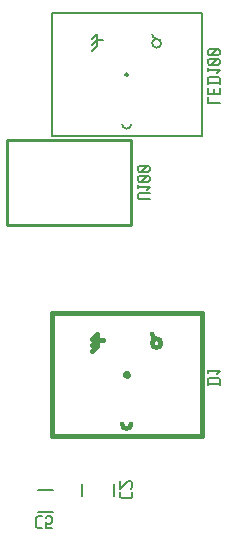
<source format=gbr>
G04 start of page 8 for group -4078 idx -4078 *
G04 Title: (unknown), bottomsilk *
G04 Creator: pcb 20140316 *
G04 CreationDate: Tue 10 Mar 2015 03:40:30 PM GMT UTC *
G04 For: fosse *
G04 Format: Gerber/RS-274X *
G04 PCB-Dimensions (mil): 1250.00 2150.00 *
G04 PCB-Coordinate-Origin: lower left *
%MOIN*%
%FSLAX25Y25*%
%LNBOTTOMSILK*%
%ADD58C,0.0100*%
%ADD57C,0.0060*%
%ADD56C,0.0160*%
%ADD55C,0.0080*%
G54D55*X37638Y33260D02*X42362D01*
X37638Y40740D02*X42362D01*
X62814Y42468D02*Y38532D01*
X52186Y42468D02*Y38532D01*
G54D56*X42000Y58500D02*X92000D01*
X42000Y99500D02*Y58500D01*
Y99500D02*X92000D01*
Y58500D01*
X57000Y90500D02*X55500Y89000D01*
X57000Y92500D02*X55500Y91000D01*
X57000Y92500D02*Y88500D01*
X55500Y87000D01*
X57000Y90500D02*X59000D01*
X67000Y79500D02*Y78500D01*
Y79500D02*X67500Y79000D01*
X66500D02*X67500D01*
X66500D02*X67000Y78500D01*
X67500Y79000D01*
X65500Y62500D02*G75*G03X67000Y61000I1500J0D01*G01*
G75*G03X68500Y62500I0J1500D01*G01*
X77000Y88000D02*G75*G03X78500Y89500I0J1500D01*G01*
X75500D02*G75*G03X77000Y88000I1500J0D01*G01*
Y91000D02*G75*G03X75500Y89500I0J-1500D01*G01*
X78500D02*G75*G03X77000Y91000I-1500J0D01*G01*
X75500Y92500D02*G75*G03X77000Y91000I1500J0D01*G01*
X67000Y78500D02*G75*G03X67500Y79000I0J500D01*G01*
X66500D02*G75*G03X67000Y78500I500J0D01*G01*
Y79500D02*G75*G03X66500Y79000I0J-500D01*G01*
X67500D02*G75*G03X67000Y79500I-500J0D01*G01*
G54D57*X42000Y158500D02*X92000D01*
X42000Y199500D02*Y158500D01*
Y199500D02*X92000D01*
Y158500D01*
X57000Y190500D02*X55500Y189000D01*
X57000Y192500D02*X55500Y191000D01*
X57000Y192500D02*Y188500D01*
X55500Y187000D01*
X57000Y190500D02*X59000D01*
X67000Y179500D02*Y178500D01*
Y179500D02*X67500Y179000D01*
X66500D02*X67500D01*
X66500D02*X67000Y178500D01*
X67500Y179000D01*
X65500Y162500D02*G75*G03X67000Y161000I1500J0D01*G01*
G75*G03X68500Y162500I0J1500D01*G01*
X77000Y188000D02*G75*G03X78500Y189500I0J1500D01*G01*
X75500D02*G75*G03X77000Y188000I1500J0D01*G01*
Y191000D02*G75*G03X75500Y189500I0J-1500D01*G01*
X78500D02*G75*G03X77000Y191000I-1500J0D01*G01*
X75500Y192500D02*G75*G03X77000Y191000I1500J0D01*G01*
X67000Y178500D02*G75*G03X67500Y179000I0J500D01*G01*
X66500D02*G75*G03X67000Y178500I500J0D01*G01*
Y179500D02*G75*G03X66500Y179000I0J-500D01*G01*
X67500D02*G75*G03X67000Y179500I-500J0D01*G01*
G54D58*X27100Y128800D02*X68500D01*
X27100Y157300D02*Y128800D01*
Y157300D02*X68500D01*
Y128800D01*
G54D57*X37350Y31850D02*X38850D01*
X36850Y31350D02*X37350Y31850D01*
X36850Y28350D02*Y31350D01*
Y28350D02*X37350Y27850D01*
X38850D01*
X40050D02*X42050D01*
X40050D02*Y29850D01*
X40550Y29350D01*
X41550D01*
X42050Y29850D01*
Y31350D01*
X41550Y31850D02*X42050Y31350D01*
X40550Y31850D02*X41550D01*
X40050Y31350D02*X40550Y31850D01*
X64850Y38245D02*Y39745D01*
X65350Y37745D02*X64850Y38245D01*
X65350Y37745D02*X68350D01*
X68850Y38245D01*
Y39745D01*
X68350Y40945D02*X68850Y41445D01*
Y42945D01*
X68350Y43445D01*
X67350D02*X68350D01*
X64850Y40945D02*X67350Y43445D01*
X64850Y40945D02*Y43445D01*
X94000Y76000D02*X98000D01*
Y77500D02*X97500Y78000D01*
X94500D02*X97500D01*
X94000Y77500D02*X94500Y78000D01*
X94000Y75500D02*Y77500D01*
X98000Y75500D02*Y77500D01*
X94000Y79700D02*Y80700D01*
Y80200D02*X98000D01*
X97000Y79200D02*X98000Y80200D01*
X94000Y169500D02*X98000D01*
X94000D02*Y171500D01*
X96000Y172700D02*Y174200D01*
X94000Y172700D02*Y174700D01*
Y172700D02*X98000D01*
Y174700D01*
X94000Y176400D02*X98000D01*
Y177900D02*X97500Y178400D01*
X94500D02*X97500D01*
X94000Y177900D02*X94500Y178400D01*
X94000Y175900D02*Y177900D01*
X98000Y175900D02*Y177900D01*
X94000Y180100D02*Y181100D01*
Y180600D02*X98000D01*
X97000Y179600D02*X98000Y180600D01*
X94500Y182300D02*X94000Y182800D01*
X94500Y182300D02*X97500D01*
X98000Y182800D01*
Y183800D01*
X97500Y184300D01*
X94500D02*X97500D01*
X94000Y183800D02*X94500Y184300D01*
X94000Y182800D02*Y183800D01*
X95000Y182300D02*X97000Y184300D01*
X94500Y185500D02*X94000Y186000D01*
X94500Y185500D02*X97500D01*
X98000Y186000D01*
Y187000D01*
X97500Y187500D01*
X94500D02*X97500D01*
X94000Y187000D02*X94500Y187500D01*
X94000Y186000D02*Y187000D01*
X95000Y185500D02*X97000Y187500D01*
X71300Y137500D02*X74800D01*
X71300D02*X70800Y138000D01*
Y139000D01*
X71300Y139500D01*
X74800D01*
X70800Y141200D02*Y142200D01*
Y141700D02*X74800D01*
X73800Y140700D02*X74800Y141700D01*
X71300Y143400D02*X70800Y143900D01*
X71300Y143400D02*X74300D01*
X74800Y143900D01*
Y144900D01*
X74300Y145400D01*
X71300D02*X74300D01*
X70800Y144900D02*X71300Y145400D01*
X70800Y143900D02*Y144900D01*
X71800Y143400D02*X73800Y145400D01*
X71300Y146600D02*X70800Y147100D01*
X71300Y146600D02*X74300D01*
X74800Y147100D01*
Y148100D01*
X74300Y148600D01*
X71300D02*X74300D01*
X70800Y148100D02*X71300Y148600D01*
X70800Y147100D02*Y148100D01*
X71800Y146600D02*X73800Y148600D01*
M02*

</source>
